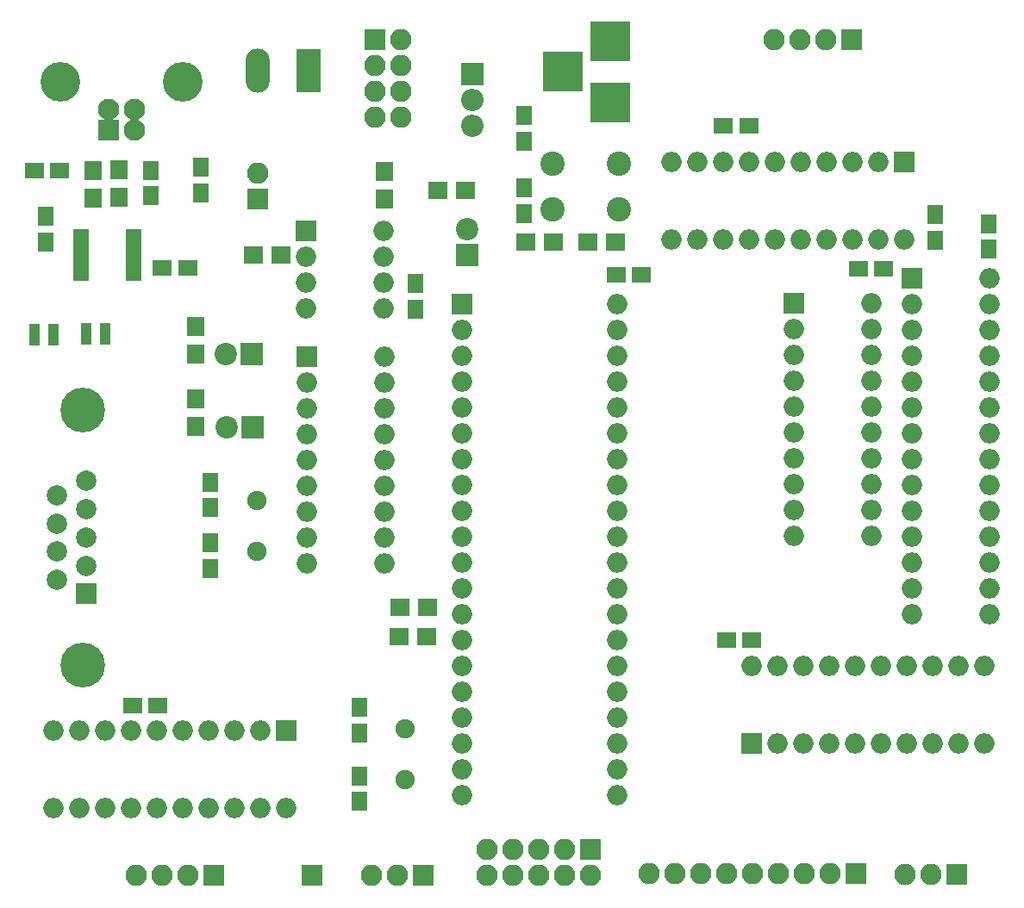
<source format=gbr>
G04 #@! TF.FileFunction,Soldermask,Top*
%FSLAX46Y46*%
G04 Gerber Fmt 4.6, Leading zero omitted, Abs format (unit mm)*
G04 Created by KiCad (PCBNEW 4.0.7) date 11/18/19 12:54:55*
%MOMM*%
%LPD*%
G01*
G04 APERTURE LIST*
%ADD10C,0.100000*%
%ADD11R,2.200000X2.200000*%
%ADD12C,2.200000*%
%ADD13C,1.900000*%
%ADD14R,1.650000X1.900000*%
%ADD15R,1.900000X1.650000*%
%ADD16R,2.100000X2.100000*%
%ADD17O,2.100000X2.100000*%
%ADD18R,2.000000X2.000000*%
%ADD19C,2.000000*%
%ADD20C,4.400000*%
%ADD21R,2.380000X4.360000*%
%ADD22O,2.380000X4.360000*%
%ADD23R,1.900000X1.700000*%
%ADD24R,1.700000X1.900000*%
%ADD25C,2.400000*%
%ADD26O,2.000000X2.000000*%
%ADD27O,2.200000X2.200000*%
%ADD28R,1.600000X0.800000*%
%ADD29R,3.900000X3.900000*%
%ADD30R,1.000000X0.820000*%
%ADD31C,2.100000*%
%ADD32C,3.900000*%
G04 APERTURE END LIST*
D10*
D11*
X118135400Y-85775800D03*
D12*
X115595400Y-85775800D03*
D13*
X118541800Y-97980500D03*
X118541800Y-92980500D03*
D14*
X144780000Y-55138000D03*
X144780000Y-57638000D03*
X128651000Y-113304000D03*
X128651000Y-115804000D03*
X128651000Y-122535000D03*
X128651000Y-120035000D03*
X144830800Y-64750000D03*
X144830800Y-62250000D03*
D15*
X156317000Y-70802500D03*
X153817000Y-70802500D03*
X106349480Y-113131600D03*
X108849480Y-113131600D03*
D14*
X185166000Y-67391600D03*
X185166000Y-64891600D03*
D15*
X180129500Y-70231000D03*
X177629500Y-70231000D03*
D14*
X190398400Y-68255200D03*
X190398400Y-65755200D03*
D15*
X164358000Y-56134000D03*
X166858000Y-56134000D03*
D14*
X113969800Y-91180600D03*
X113969800Y-93680600D03*
X113995200Y-99636900D03*
X113995200Y-97136900D03*
D15*
X167162800Y-106718100D03*
X164662800Y-106718100D03*
D14*
X134112000Y-74148000D03*
X134112000Y-71648000D03*
X113030000Y-60218000D03*
X113030000Y-62718000D03*
D15*
X99167000Y-60579000D03*
X96667000Y-60579000D03*
X109240000Y-70104000D03*
X111740000Y-70104000D03*
D14*
X108140500Y-60535500D03*
X108140500Y-63035500D03*
X97840800Y-67569400D03*
X97840800Y-65069400D03*
D11*
X139192000Y-68834000D03*
D12*
X139192000Y-66294000D03*
D11*
X118071900Y-78562200D03*
D12*
X115531900Y-78562200D03*
D16*
X151333200Y-127304800D03*
D17*
X151333200Y-129844800D03*
X148793200Y-127304800D03*
X148793200Y-129844800D03*
X146253200Y-127304800D03*
X146253200Y-129844800D03*
X143713200Y-127304800D03*
X143713200Y-129844800D03*
X141173200Y-127304800D03*
X141173200Y-129844800D03*
D18*
X101790500Y-102146100D03*
D19*
X101790500Y-99376100D03*
X101790500Y-96606100D03*
X101790500Y-93836100D03*
X101790500Y-91066100D03*
X98950500Y-100761100D03*
X98950500Y-97991100D03*
X98950500Y-95221100D03*
X98950500Y-92451100D03*
D20*
X101490500Y-84106100D03*
X101490500Y-109106100D03*
D21*
X123606560Y-50739040D03*
D22*
X118606560Y-50739040D03*
D16*
X118668800Y-63322200D03*
D17*
X118668800Y-60782200D03*
D16*
X114300000Y-129794000D03*
D17*
X111760000Y-129794000D03*
X109220000Y-129794000D03*
X106680000Y-129794000D03*
D23*
X144954000Y-67564000D03*
X147654000Y-67564000D03*
X153750000Y-67564000D03*
X151050000Y-67564000D03*
X136318000Y-62484000D03*
X139018000Y-62484000D03*
D24*
X131064000Y-63326000D03*
X131064000Y-60626000D03*
D23*
X120882400Y-68834000D03*
X118182400Y-68834000D03*
D25*
X147574000Y-64393200D03*
X147574000Y-59893200D03*
X154074000Y-64393200D03*
X154074000Y-59893200D03*
D18*
X171297600Y-73609200D03*
D26*
X178917600Y-96469200D03*
X171297600Y-76149200D03*
X178917600Y-93929200D03*
X171297600Y-78689200D03*
X178917600Y-91389200D03*
X171297600Y-81229200D03*
X178917600Y-88849200D03*
X171297600Y-83769200D03*
X178917600Y-86309200D03*
X171297600Y-86309200D03*
X178917600Y-83769200D03*
X171297600Y-88849200D03*
X178917600Y-81229200D03*
X171297600Y-91389200D03*
X178917600Y-78689200D03*
X171297600Y-93929200D03*
X178917600Y-76149200D03*
X171297600Y-96469200D03*
X178917600Y-73609200D03*
D18*
X121412000Y-115570000D03*
D26*
X98552000Y-123190000D03*
X118872000Y-115570000D03*
X101092000Y-123190000D03*
X116332000Y-115570000D03*
X103632000Y-123190000D03*
X113792000Y-115570000D03*
X106172000Y-123190000D03*
X111252000Y-115570000D03*
X108712000Y-123190000D03*
X108712000Y-115570000D03*
X111252000Y-123190000D03*
X106172000Y-115570000D03*
X113792000Y-123190000D03*
X103632000Y-115570000D03*
X116332000Y-123190000D03*
X101092000Y-115570000D03*
X118872000Y-123190000D03*
X98552000Y-115570000D03*
X121412000Y-123190000D03*
D11*
X139700000Y-51054000D03*
D27*
X139700000Y-53594000D03*
X139700000Y-56134000D03*
D18*
X138684000Y-73660000D03*
D26*
X153924000Y-121920000D03*
X138684000Y-76200000D03*
X153924000Y-119380000D03*
X138684000Y-78740000D03*
X153924000Y-116840000D03*
X138684000Y-81280000D03*
X153924000Y-114300000D03*
X138684000Y-83820000D03*
X153924000Y-111760000D03*
X138684000Y-86360000D03*
X153924000Y-109220000D03*
X138684000Y-88900000D03*
X153924000Y-106680000D03*
X138684000Y-91440000D03*
X153924000Y-104140000D03*
X138684000Y-93980000D03*
X153924000Y-101600000D03*
X138684000Y-96520000D03*
X153924000Y-99060000D03*
X138684000Y-99060000D03*
X153924000Y-96520000D03*
X138684000Y-101600000D03*
X153924000Y-93980000D03*
X138684000Y-104140000D03*
X153924000Y-91440000D03*
X138684000Y-106680000D03*
X153924000Y-88900000D03*
X138684000Y-109220000D03*
X153924000Y-86360000D03*
X138684000Y-111760000D03*
X153924000Y-83820000D03*
X138684000Y-114300000D03*
X153924000Y-81280000D03*
X138684000Y-116840000D03*
X153924000Y-78740000D03*
X138684000Y-119380000D03*
X153924000Y-76200000D03*
X138684000Y-121920000D03*
X153924000Y-73660000D03*
D18*
X182118000Y-59690000D03*
D26*
X159258000Y-67310000D03*
X179578000Y-59690000D03*
X161798000Y-67310000D03*
X177038000Y-59690000D03*
X164338000Y-67310000D03*
X174498000Y-59690000D03*
X166878000Y-67310000D03*
X171958000Y-59690000D03*
X169418000Y-67310000D03*
X169418000Y-59690000D03*
X171958000Y-67310000D03*
X166878000Y-59690000D03*
X174498000Y-67310000D03*
X164338000Y-59690000D03*
X177038000Y-67310000D03*
X161798000Y-59690000D03*
X179578000Y-67310000D03*
X159258000Y-59690000D03*
X182118000Y-67310000D03*
D18*
X182880000Y-71120000D03*
D26*
X190500000Y-104140000D03*
X182880000Y-73660000D03*
X190500000Y-101600000D03*
X182880000Y-76200000D03*
X190500000Y-99060000D03*
X182880000Y-78740000D03*
X190500000Y-96520000D03*
X182880000Y-81280000D03*
X190500000Y-93980000D03*
X182880000Y-83820000D03*
X190500000Y-91440000D03*
X182880000Y-86360000D03*
X190500000Y-88900000D03*
X182880000Y-88900000D03*
X190500000Y-86360000D03*
X182880000Y-91440000D03*
X190500000Y-83820000D03*
X182880000Y-93980000D03*
X190500000Y-81280000D03*
X182880000Y-96520000D03*
X190500000Y-78740000D03*
X182880000Y-99060000D03*
X190500000Y-76200000D03*
X182880000Y-101600000D03*
X190500000Y-73660000D03*
X182880000Y-104140000D03*
X190500000Y-71120000D03*
D18*
X167132000Y-116840000D03*
D26*
X189992000Y-109220000D03*
X169672000Y-116840000D03*
X187452000Y-109220000D03*
X172212000Y-116840000D03*
X184912000Y-109220000D03*
X174752000Y-116840000D03*
X182372000Y-109220000D03*
X177292000Y-116840000D03*
X179832000Y-109220000D03*
X179832000Y-116840000D03*
X177292000Y-109220000D03*
X182372000Y-116840000D03*
X174752000Y-109220000D03*
X184912000Y-116840000D03*
X172212000Y-109220000D03*
X187452000Y-116840000D03*
X169672000Y-109220000D03*
X189992000Y-116840000D03*
X167132000Y-109220000D03*
D18*
X123342400Y-66446400D03*
D26*
X130962400Y-74066400D03*
X123342400Y-68986400D03*
X130962400Y-71526400D03*
X123342400Y-71526400D03*
X130962400Y-68986400D03*
X123342400Y-74066400D03*
X130962400Y-66446400D03*
D28*
X101286000Y-66611500D03*
X101286000Y-67246500D03*
X101286000Y-67881500D03*
X101286000Y-68516500D03*
X101286000Y-69151500D03*
X101286000Y-69786500D03*
X101286000Y-70421500D03*
X101286000Y-71056500D03*
X106486000Y-71056500D03*
X106486000Y-70421500D03*
X106486000Y-69786500D03*
X106486000Y-69151500D03*
X106486000Y-68516500D03*
X106486000Y-67881500D03*
X106486000Y-67246500D03*
X106486000Y-66611500D03*
D13*
X133096000Y-120396000D03*
X133096000Y-115396000D03*
D16*
X123952000Y-129794000D03*
X187325000Y-129692400D03*
D17*
X184785000Y-129692400D03*
X182245000Y-129692400D03*
D16*
X134874000Y-129794000D03*
D17*
X132334000Y-129794000D03*
X129794000Y-129794000D03*
D16*
X176997360Y-47655480D03*
D17*
X174457360Y-47655480D03*
X171917360Y-47655480D03*
X169377360Y-47655480D03*
D24*
X102489000Y-63229480D03*
X102489000Y-60529480D03*
X104978200Y-63178680D03*
X104978200Y-60478680D03*
X112522000Y-78566000D03*
X112522000Y-75866000D03*
X112522000Y-85678000D03*
X112522000Y-82978000D03*
D29*
X153289000Y-53848000D03*
X153289000Y-47848000D03*
X148589000Y-50848000D03*
D30*
X103667600Y-75956400D03*
X103667600Y-76606400D03*
X103667600Y-77256400D03*
X101767600Y-75956400D03*
X101767600Y-76606400D03*
X101767600Y-77256400D03*
X98613000Y-76045300D03*
X98613000Y-76695300D03*
X98613000Y-77345300D03*
X96713000Y-76045300D03*
X96713000Y-76695300D03*
X96713000Y-77345300D03*
D16*
X130149600Y-47650400D03*
D17*
X132689600Y-47650400D03*
X130149600Y-50190400D03*
X132689600Y-50190400D03*
X130149600Y-52730400D03*
X132689600Y-52730400D03*
X130149600Y-55270400D03*
X132689600Y-55270400D03*
D23*
X135335000Y-103505000D03*
X132635000Y-103505000D03*
X132533400Y-106375200D03*
X135233400Y-106375200D03*
D18*
X123444000Y-78867000D03*
D26*
X131064000Y-99187000D03*
X123444000Y-81407000D03*
X131064000Y-96647000D03*
X123444000Y-83947000D03*
X131064000Y-94107000D03*
X123444000Y-86487000D03*
X131064000Y-91567000D03*
X123444000Y-89027000D03*
X131064000Y-89027000D03*
X123444000Y-91567000D03*
X131064000Y-86487000D03*
X123444000Y-94107000D03*
X131064000Y-83947000D03*
X123444000Y-96647000D03*
X131064000Y-81407000D03*
X123444000Y-99187000D03*
X131064000Y-78867000D03*
D16*
X177368200Y-129641600D03*
D17*
X174828200Y-129641600D03*
X172288200Y-129641600D03*
X169748200Y-129641600D03*
X167208200Y-129641600D03*
X164668200Y-129641600D03*
X162128200Y-129641600D03*
X159588200Y-129641600D03*
X157048200Y-129641600D03*
D16*
X103987600Y-56540400D03*
D31*
X106487600Y-56540400D03*
X106487600Y-54540400D03*
X103987600Y-54540400D03*
D32*
X99217600Y-51830400D03*
X111257600Y-51830400D03*
M02*

</source>
